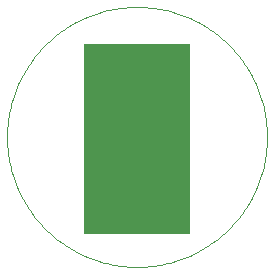
<source format=gm1>
G04*
G04 #@! TF.GenerationSoftware,Altium Limited,Altium Designer,21.2.0 (30)*
G04*
G04 Layer_Color=16711935*
%FSLAX25Y25*%
%MOIN*%
G70*
G04*
G04 #@! TF.SameCoordinates,4DC21BA0-2D48-497D-8E21-FAA421B52516*
G04*
G04*
G04 #@! TF.FilePolarity,Positive*
G04*
G01*
G75*
%ADD31C,0.00394*%
%ADD32R,0.35827X0.63780*%
D31*
X43307Y0D02*
X43295Y1000D01*
X43261Y2000D01*
X43203Y2999D01*
X43122Y3996D01*
X43018Y4991D01*
X42892Y5983D01*
X42742Y6972D01*
X42570Y7958D01*
X42375Y8939D01*
X42157Y9915D01*
X41916Y10886D01*
X41654Y11852D01*
X41369Y12810D01*
X41062Y13763D01*
X40733Y14707D01*
X40383Y15644D01*
X40010Y16573D01*
X39617Y17493D01*
X39202Y18403D01*
X38767Y19304D01*
X38311Y20194D01*
X37834Y21073D01*
X37337Y21942D01*
X36820Y22798D01*
X36284Y23643D01*
X35728Y24474D01*
X35153Y25293D01*
X34560Y26098D01*
X33948Y26890D01*
X33318Y27667D01*
X32670Y28429D01*
X32004Y29176D01*
X31322Y29907D01*
X30623Y30623D01*
X29907Y31322D01*
X29176Y32004D01*
X28429Y32670D01*
X27667Y33318D01*
X26890Y33948D01*
X26098Y34560D01*
X25293Y35153D01*
X24474Y35728D01*
X23643Y36284D01*
X22798Y36820D01*
X21942Y37337D01*
X21073Y37834D01*
X20194Y38311D01*
X19304Y38767D01*
X18403Y39202D01*
X17493Y39617D01*
X16573Y40010D01*
X15644Y40383D01*
X14707Y40733D01*
X13763Y41062D01*
X12810Y41369D01*
X11852Y41654D01*
X10886Y41916D01*
X9915Y42157D01*
X8939Y42375D01*
X7958Y42570D01*
X6972Y42742D01*
X5983Y42892D01*
X4991Y43018D01*
X3996Y43122D01*
X2999Y43203D01*
X2000Y43261D01*
X1000Y43295D01*
X-0Y43307D01*
X-1000Y43295D01*
X-2000Y43261D01*
X-2999Y43203D01*
X-3996Y43122D01*
X-4991Y43018D01*
X-5983Y42892D01*
X-6972Y42742D01*
X-7958Y42570D01*
X-8939Y42375D01*
X-9915Y42157D01*
X-10886Y41916D01*
X-11852Y41654D01*
X-12811Y41369D01*
X-13763Y41062D01*
X-14707Y40733D01*
X-15644Y40383D01*
X-16573Y40010D01*
X-17493Y39617D01*
X-18403Y39202D01*
X-19304Y38767D01*
X-20194Y38311D01*
X-21073Y37834D01*
X-21942Y37337D01*
X-22798Y36820D01*
X-23643Y36284D01*
X-24475Y35728D01*
X-25293Y35153D01*
X-26098Y34560D01*
X-26890Y33948D01*
X-27667Y33318D01*
X-28429Y32670D01*
X-29176Y32004D01*
X-29907Y31322D01*
X-30623Y30623D01*
X-31322Y29907D01*
X-32004Y29176D01*
X-32670Y28429D01*
X-33318Y27667D01*
X-33948Y26890D01*
X-34560Y26098D01*
X-35153Y25293D01*
X-35728Y24474D01*
X-36284Y23642D01*
X-36821Y22798D01*
X-37337Y21942D01*
X-37834Y21073D01*
X-38311Y20194D01*
X-38767Y19304D01*
X-39202Y18403D01*
X-39617Y17492D01*
X-40011Y16573D01*
X-40383Y15644D01*
X-40733Y14707D01*
X-41062Y13762D01*
X-41369Y12810D01*
X-41654Y11851D01*
X-41916Y10886D01*
X-42157Y9915D01*
X-42375Y8939D01*
X-42570Y7958D01*
X-42742Y6972D01*
X-42892Y5983D01*
X-43019Y4991D01*
X-43122Y3996D01*
X-43203Y2999D01*
X-43261Y2000D01*
X-43295Y1000D01*
X-43307Y-0D01*
X-43295Y-1001D01*
X-43261Y-2000D01*
X-43203Y-2999D01*
X-43122Y-3996D01*
X-43018Y-4991D01*
X-42892Y-5983D01*
X-42742Y-6972D01*
X-42570Y-7958D01*
X-42375Y-8939D01*
X-42157Y-9915D01*
X-41916Y-10887D01*
X-41654Y-11852D01*
X-41369Y-12811D01*
X-41062Y-13763D01*
X-40733Y-14708D01*
X-40383Y-15644D01*
X-40010Y-16573D01*
X-39617Y-17493D01*
X-39202Y-18403D01*
X-38767Y-19304D01*
X-38311Y-20194D01*
X-37834Y-21074D01*
X-37337Y-21942D01*
X-36820Y-22798D01*
X-36284Y-23643D01*
X-35728Y-24475D01*
X-35153Y-25293D01*
X-34560Y-26098D01*
X-33948Y-26890D01*
X-33318Y-27667D01*
X-32669Y-28429D01*
X-32004Y-29176D01*
X-31322Y-29907D01*
X-30623Y-30623D01*
X-29907Y-31322D01*
X-29176Y-32004D01*
X-28429Y-32670D01*
X-27666Y-33318D01*
X-26890Y-33948D01*
X-26098Y-34560D01*
X-25293Y-35153D01*
X-24474Y-35728D01*
X-23642Y-36284D01*
X-22798Y-36821D01*
X-21941Y-37337D01*
X-21073Y-37834D01*
X-20194Y-38311D01*
X-19303Y-38767D01*
X-18403Y-39203D01*
X-17492Y-39617D01*
X-16573Y-40011D01*
X-15644Y-40383D01*
X-14707Y-40733D01*
X-13762Y-41062D01*
X-12810Y-41369D01*
X-11851Y-41654D01*
X-10886Y-41917D01*
X-9915Y-42157D01*
X-8939Y-42375D01*
X-7957Y-42570D01*
X-6972Y-42742D01*
X-5983Y-42892D01*
X-4991Y-43019D01*
X-3996Y-43122D01*
X-2999Y-43203D01*
X-2000Y-43261D01*
X-1000Y-43295D01*
X0Y-43307D01*
X1001Y-43295D01*
X2000Y-43261D01*
X2999Y-43203D01*
X3996Y-43122D01*
X4991Y-43018D01*
X5983Y-42892D01*
X6972Y-42742D01*
X7958Y-42570D01*
X8939Y-42375D01*
X9915Y-42157D01*
X10886Y-41916D01*
X11852Y-41654D01*
X12811Y-41369D01*
X13763Y-41062D01*
X14707Y-40733D01*
X15644Y-40383D01*
X16573Y-40010D01*
X17493Y-39617D01*
X18403Y-39202D01*
X19304Y-38767D01*
X20194Y-38311D01*
X21073Y-37834D01*
X21942Y-37337D01*
X22798Y-36820D01*
X23643Y-36284D01*
X24474Y-35728D01*
X25293Y-35153D01*
X26098Y-34560D01*
X26890Y-33948D01*
X27667Y-33318D01*
X28429Y-32670D01*
X29176Y-32004D01*
X29907Y-31322D01*
X30623Y-30623D01*
X31322Y-29907D01*
X32004Y-29176D01*
X32670Y-28429D01*
X33318Y-27667D01*
X33948Y-26890D01*
X34560Y-26098D01*
X35153Y-25293D01*
X35728Y-24475D01*
X36284Y-23643D01*
X36820Y-22798D01*
X37337Y-21942D01*
X37834Y-21074D01*
X38311Y-20194D01*
X38767Y-19304D01*
X39202Y-18403D01*
X39617Y-17493D01*
X40010Y-16573D01*
X40383Y-15645D01*
X40733Y-14708D01*
X41062Y-13763D01*
X41369Y-12811D01*
X41654Y-11852D01*
X41916Y-10887D01*
X42157Y-9916D01*
X42375Y-8939D01*
X42570Y-7958D01*
X42742Y-6973D01*
X42892Y-5984D01*
X43018Y-4991D01*
X43122Y-3996D01*
X43203Y-2999D01*
X43261Y-2001D01*
X43295Y-1001D01*
X43307Y-0D01*
D32*
X4Y-752D02*
D03*
M02*

</source>
